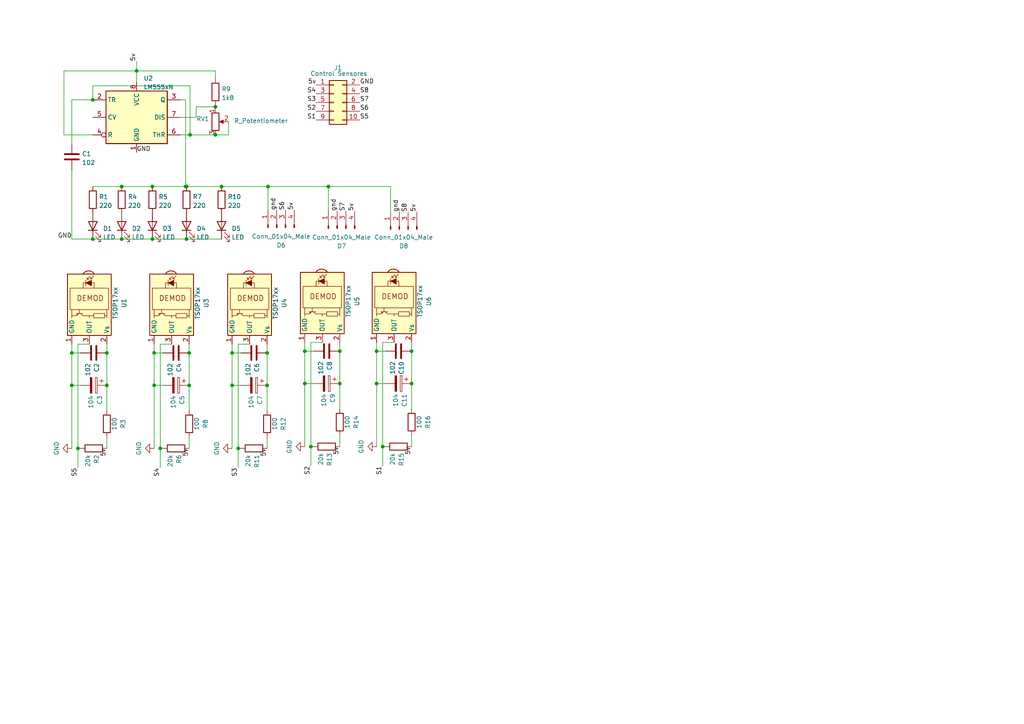
<source format=kicad_sch>
(kicad_sch (version 20211123) (generator eeschema)
  (paper "A4")
  (lib_symbols
    (symbol "Connector:Conn_01x04_Male" (pin_names (offset 1.016) hide)
      (property "Reference" "J" (at 0 5.08 0))
      (property "Value" "Conn_01x04_Male" (at 0 -7.62 0))
      (symbol "Conn_01x04_Male_1_1"
        (polyline (pts (xy 1.27 -5.08) (xy 0.8636 -5.08)) (stroke (width 0.1524)))
        (polyline (pts (xy 1.27 -2.54) (xy 0.8636 -2.54)) (stroke (width 0.1524)))
        (polyline (pts (xy 1.27 0) (xy 0.8636 0)) (stroke (width 0.1524)))
        (polyline (pts (xy 1.27 2.54) (xy 0.8636 2.54)) (stroke (width 0.1524)))
        (rectangle (start 0.8636 -4.953) (end 0 -5.207) (stroke (width 0.1524)) (fill (type outline)))
        (rectangle (start 0.8636 -2.413) (end 0 -2.667) (stroke (width 0.1524)) (fill (type outline)))
        (rectangle (start 0.8636 0.127) (end 0 -0.127) (stroke (width 0.1524)) (fill (type outline)))
        (rectangle (start 0.8636 2.667) (end 0 2.413) (stroke (width 0.1524)) (fill (type outline)))
        (pin passive line (at 5.08 2.54 180) (length 3.81) (name "Pin_1") (number "1"))
        (pin passive line (at 5.08 0 180) (length 3.81) (name "Pin_2") (number "2"))
        (pin passive line (at 5.08 -2.54 180) (length 3.81) (name "Pin_3") (number "3"))
        (pin passive line (at 5.08 -5.08 180) (length 3.81) (name "Pin_4") (number "4"))
      )
    )
    (symbol "Connector_Generic:Conn_02x05_Odd_Even" (pin_names (offset 1.016) hide)
      (property "Reference" "J" (at 1.27 7.62 0))
      (property "Value" "Conn_02x05_Odd_Even" (at 1.27 -7.62 0))
      (symbol "Conn_02x05_Odd_Even_1_1"
        (rectangle (start -1.27 -4.953) (end 0 -5.207) (stroke (width 0.1524)))
        (rectangle (start -1.27 -2.413) (end 0 -2.667) (stroke (width 0.1524)))
        (rectangle (start -1.27 0.127) (end 0 -0.127) (stroke (width 0.1524)))
        (rectangle (start -1.27 2.667) (end 0 2.413) (stroke (width 0.1524)))
        (rectangle (start -1.27 5.207) (end 0 4.953) (stroke (width 0.1524)))
        (rectangle (start -1.27 6.35) (end 3.81 -6.35) (stroke (width 0.254)) (fill (type background)))
        (rectangle (start 3.81 -4.953) (end 2.54 -5.207) (stroke (width 0.1524)))
        (rectangle (start 3.81 -2.413) (end 2.54 -2.667) (stroke (width 0.1524)))
        (rectangle (start 3.81 0.127) (end 2.54 -0.127) (stroke (width 0.1524)))
        (rectangle (start 3.81 2.667) (end 2.54 2.413) (stroke (width 0.1524)))
        (rectangle (start 3.81 5.207) (end 2.54 4.953) (stroke (width 0.1524)))
        (pin passive line (at -5.08 5.08 0) (length 3.81) (name "Pin_1") (number "1"))
        (pin passive line (at 7.62 -5.08 180) (length 3.81) (name "Pin_10") (number "10"))
        (pin passive line (at 7.62 5.08 180) (length 3.81) (name "Pin_2") (number "2"))
        (pin passive line (at -5.08 2.54 0) (length 3.81) (name "Pin_3") (number "3"))
        (pin passive line (at 7.62 2.54 180) (length 3.81) (name "Pin_4") (number "4"))
        (pin passive line (at -5.08 0 0) (length 3.81) (name "Pin_5") (number "5"))
        (pin passive line (at 7.62 0 180) (length 3.81) (name "Pin_6") (number "6"))
        (pin passive line (at -5.08 -2.54 0) (length 3.81) (name "Pin_7") (number "7"))
        (pin passive line (at 7.62 -2.54 180) (length 3.81) (name "Pin_8") (number "8"))
        (pin passive line (at -5.08 -5.08 0) (length 3.81) (name "Pin_9") (number "9"))
      )
    )
    (symbol "Device:C" (pin_numbers hide) (pin_names (offset 0.254))
      (property "Reference" "C" (at 0.635 2.54 0))
      (property "Value" "C" (at 0.635 -2.54 0))
      (symbol "C_0_1"
        (polyline (pts (xy -2.032 -0.762) (xy 2.032 -0.762)) (stroke (width 0.508)))
        (polyline (pts (xy -2.032 0.762) (xy 2.032 0.762)) (stroke (width 0.508)))
      )
      (symbol "C_1_1"
        (pin passive line (at 0 3.81 270) (length 2.794) (name "~") (number "1"))
        (pin passive line (at 0 -3.81 90) (length 2.794) (name "~") (number "2"))
      )
    )
    (symbol "Device:C_Polarized" (pin_numbers hide) (pin_names (offset 0.254))
      (property "Reference" "C" (at 0.635 2.54 0))
      (property "Value" "C_Polarized" (at 0.635 -2.54 0))
      (symbol "C_Polarized_0_1"
        (rectangle (start -2.286 0.508) (end 2.286 1.016))
        (polyline (pts (xy -1.778 2.286) (xy -0.762 2.286)))
        (polyline (pts (xy -1.27 2.794) (xy -1.27 1.778)))
        (rectangle (start 2.286 -0.508) (end -2.286 -1.016) (fill (type outline)))
      )
      (symbol "C_Polarized_1_1"
        (pin passive line (at 0 3.81 270) (length 2.794) (name "~") (number "1"))
        (pin passive line (at 0 -3.81 90) (length 2.794) (name "~") (number "2"))
      )
    )
    (symbol "Device:LED" (pin_numbers hide) (pin_names (offset 1.016) hide)
      (property "Reference" "D" (at 0 2.54 0))
      (property "Value" "LED" (at 0 -2.54 0))
      (symbol "LED_0_1"
        (polyline (pts (xy -1.27 -1.27) (xy -1.27 1.27)) (stroke (width 0.254)))
        (polyline (pts (xy -1.27 0) (xy 1.27 0)))
        (polyline (pts (xy 1.27 -1.27) (xy 1.27 1.27) (xy -1.27 0) (xy 1.27 -1.27)) (stroke (width 0.254)))
        (polyline (pts (xy -3.048 -0.762) (xy -4.572 -2.286) (xy -3.81 -2.286) (xy -4.572 -2.286) (xy -4.572 -1.524)))
        (polyline (pts (xy -1.778 -0.762) (xy -3.302 -2.286) (xy -2.54 -2.286) (xy -3.302 -2.286) (xy -3.302 -1.524)))
      )
      (symbol "LED_1_1"
        (pin passive line (at -3.81 0 0) (length 2.54) (name "K") (number "1"))
        (pin passive line (at 3.81 0 180) (length 2.54) (name "A") (number "2"))
      )
    )
    (symbol "Device:R" (pin_numbers hide) (pin_names (offset 0))
      (property "Reference" "R" (at 2.032 0 90))
      (property "Value" "R" (at 0 0 90))
      (symbol "R_0_1"
        (rectangle (start -1.016 -2.54) (end 1.016 2.54) (stroke (width 0.254)))
      )
      (symbol "R_1_1"
        (pin passive line (at 0 3.81 270) (length 1.27) (name "~") (number "1"))
        (pin passive line (at 0 -3.81 90) (length 1.27) (name "~") (number "2"))
      )
    )
    (symbol "Device:R_Potentiometer" (pin_names (offset 1.016) hide)
      (property "Reference" "RV" (at -4.445 0 90))
      (property "Value" "R_Potentiometer" (at -2.54 0 90))
      (symbol "R_Potentiometer_0_1"
        (polyline (pts (xy 2.54 0) (xy 1.524 0)))
        (polyline (pts (xy 1.143 0) (xy 2.286 0.508) (xy 2.286 -0.508) (xy 1.143 0)) (fill (type outline)))
        (rectangle (start 1.016 2.54) (end -1.016 -2.54) (stroke (width 0.254)))
      )
      (symbol "R_Potentiometer_1_1"
        (pin passive line (at 0 3.81 270) (length 1.27) (name "1") (number "1"))
        (pin passive line (at 3.81 0 180) (length 1.27) (name "2") (number "2"))
        (pin passive line (at 0 -3.81 90) (length 1.27) (name "3") (number "3"))
      )
    )
    (symbol "Interface_Optical:TSOP17xx"
      (property "Reference" "U" (at -10.16 7.62 0))
      (property "Value" "TSOP17xx" (at -10.16 -7.62 0))
      (symbol "TSOP17xx_0_0"
        (arc (start -10.287 1.397) (mid -11.0899 -0.1852) (end -10.287 -1.778) (stroke (width 0.254)) (fill (type background)))
        (polyline (pts (xy 1.905 -5.08) (xy 0.127 -5.08)))
        (polyline (pts (xy 1.905 5.08) (xy 0.127 5.08)))
        (text "DEMOD" (at -3.175 0.254 900) (effects (font (size 1.524 1.524))))
      )
      (symbol "TSOP17xx_0_1"
        (rectangle (start -6.096 5.588) (end 0.127 -5.588))
        (polyline (pts (xy -8.763 0.381) (xy -9.652 1.27)))
        (polyline (pts (xy -8.763 0.381) (xy -9.271 0.381)))
        (polyline (pts (xy -8.763 0.381) (xy -8.763 0.889)))
        (polyline (pts (xy -8.636 -0.635) (xy -9.525 0.254)))
        (polyline (pts (xy -8.636 -0.635) (xy -9.144 -0.635)))
        (polyline (pts (xy -8.636 -0.635) (xy -8.636 -0.127)))
        (polyline (pts (xy -8.382 -1.016) (xy -6.731 -1.016)))
        (polyline (pts (xy 1.27 -2.921) (xy 0.127 -2.921)))
        (polyline (pts (xy 1.27 -1.905) (xy 1.27 -3.81)))
        (polyline (pts (xy 1.397 -3.556) (xy 1.524 -3.556)))
        (polyline (pts (xy 1.651 -3.556) (xy 1.524 -3.556)))
        (polyline (pts (xy 1.651 -3.556) (xy 1.651 -3.302)))
        (polyline (pts (xy 1.905 0) (xy 1.905 1.27)))
        (polyline (pts (xy 1.905 4.445) (xy 1.905 5.08) (xy 2.54 5.08)))
        (polyline (pts (xy -8.382 0.635) (xy -6.731 0.635) (xy -7.62 -1.016) (xy -8.382 0.635)) (fill (type outline)))
        (polyline (pts (xy -6.096 1.397) (xy -7.62 1.397) (xy -7.62 -1.778) (xy -6.096 -1.778)))
        (polyline (pts (xy 1.27 -3.175) (xy 1.905 -3.81) (xy 1.905 -5.08) (xy 2.54 -5.08)))
        (polyline (pts (xy 1.27 -2.54) (xy 1.905 -1.905) (xy 1.905 0) (xy 2.54 0)))
        (rectangle (start 2.54 1.27) (end 1.27 4.445))
        (rectangle (start 7.62 6.35) (end -10.16 -6.35) (stroke (width 0.254)) (fill (type background)))
      )
      (symbol "TSOP17xx_1_1"
        (pin power_in line (at 10.16 -5.08 180) (length 2.54) (name "GND") (number "1"))
        (pin power_in line (at 10.16 5.08 180) (length 2.54) (name "Vs") (number "2"))
        (pin output line (at 10.16 0 180) (length 2.54) (name "OUT") (number "3"))
      )
    )
    (symbol "Timer:LM555xN"
      (property "Reference" "U" (at -10.16 8.89 0))
      (property "Value" "LM555xN" (at 2.54 8.89 0))
      (symbol "LM555xN_0_0"
        (pin power_in line (at 0 -10.16 90) (length 2.54) (name "GND") (number "1"))
        (pin power_in line (at 0 10.16 270) (length 2.54) (name "VCC") (number "8"))
      )
      (symbol "LM555xN_0_1"
        (rectangle (start -8.89 -7.62) (end 8.89 7.62) (stroke (width 0.254)) (fill (type background)))
        (rectangle (start -8.89 -7.62) (end 8.89 7.62) (stroke (width 0.254)) (fill (type background)))
      )
      (symbol "LM555xN_1_1"
        (pin input line (at -12.7 5.08 0) (length 3.81) (name "TR") (number "2"))
        (pin output line (at 12.7 5.08 180) (length 3.81) (name "Q") (number "3"))
        (pin input inverted (at -12.7 -5.08 0) (length 3.81) (name "R") (number "4"))
        (pin input line (at -12.7 0 0) (length 3.81) (name "CV") (number "5"))
        (pin input line (at 12.7 -5.08 180) (length 3.81) (name "THR") (number "6"))
        (pin input line (at 12.7 0 180) (length 3.81) (name "DIS") (number "7"))
      )
    )
    (symbol "power:GND" (power) (pin_names (offset 0))
      (property "Value" "GND" (at 0 -3.81 0))
      (symbol "GND_0_1"
        (polyline (pts (xy 0 0) (xy 0 -1.27) (xy 1.27 -1.27) (xy 0 -2.54) (xy -1.27 -1.27) (xy 0 -1.27)))
      )
      (symbol "GND_1_1"
        (pin power_in line (at 0 0 270) (length 0) hide (name "GND") (number "1"))
      )
    )
  )
  (junction (at 88.392 101.854))
  (junction (at 110.998 129.54))
  (junction (at 54.864 111.76))
  (junction (at 90.17 129.54))
  (junction (at 55.118 39.116))
  (junction (at 54.102 69.342))
  (junction (at 30.988 102.362))
  (junction (at 95.25 54.102))
  (junction (at 54.864 102.362))
  (junction (at 67.31 102.362))
  (junction (at 119.38 101.854))
  (junction (at 22.606 130.048))
  (junction (at 77.47 102.362))
  (junction (at 44.196 54.102))
  (junction (at 35.306 54.102))
  (junction (at 119.38 111.252))
  (junction (at 77.47 111.76))
  (junction (at 26.924 69.342))
  (junction (at 53.848 54.102))
  (junction (at 109.22 101.854))
  (junction (at 88.392 111.252))
  (junction (at 44.704 102.362))
  (junction (at 62.484 39.116))
  (junction (at 98.552 111.252))
  (junction (at 67.31 111.76))
  (junction (at 26.924 28.956))
  (junction (at 77.724 54.102))
  (junction (at 54.102 54.102))
  (junction (at 109.22 111.252))
  (junction (at 64.262 54.102))
  (junction (at 46.482 130.048))
  (junction (at 69.088 130.048))
  (junction (at 44.196 69.342))
  (junction (at 20.828 111.76))
  (junction (at 30.988 111.76))
  (junction (at 20.828 102.362))
  (junction (at 39.624 20.574))
  (junction (at 44.704 111.76))
  (junction (at 98.552 101.854))
  (junction (at 62.484 30.988))
  (junction (at 35.306 69.342))
  (wire (pts (xy 55.118 39.116) (xy 62.484 39.116)))
  (wire (pts (xy 98.552 111.252) (xy 98.552 118.618)))
  (wire (pts (xy 52.324 34.036) (xy 56.896 34.036)))
  (wire (pts (xy 26.924 54.102) (xy 35.306 54.102)))
  (wire (pts (xy 46.482 99.822) (xy 49.784 99.822)))
  (wire (pts (xy 77.724 54.102) (xy 64.262 54.102)))
  (wire (pts (xy 23.368 111.76) (xy 20.828 111.76)))
  (wire (pts (xy 20.828 28.956) (xy 20.828 41.656)))
  (wire (pts (xy 62.484 30.48) (xy 62.484 30.988)))
  (wire (pts (xy 47.244 111.76) (xy 44.704 111.76)))
  (wire (pts (xy 55.118 24.892) (xy 26.924 24.892)))
  (wire (pts (xy 39.624 20.574) (xy 62.484 20.574)))
  (wire (pts (xy 20.828 99.822) (xy 20.828 102.362)))
  (wire (pts (xy 95.25 54.102) (xy 95.25 61.214)))
  (wire (pts (xy 113.284 54.102) (xy 95.25 54.102)))
  (wire (pts (xy 46.482 130.048) (xy 46.482 135.636)))
  (wire (pts (xy 22.606 99.822) (xy 25.908 99.822)))
  (wire (pts (xy 90.17 129.54) (xy 90.17 135.128)))
  (wire (pts (xy 88.392 101.854) (xy 90.932 101.854)))
  (wire (pts (xy 46.482 99.822) (xy 46.482 130.048)))
  (wire (pts (xy 22.606 130.048) (xy 22.606 135.636)))
  (wire (pts (xy 69.85 111.76) (xy 67.31 111.76)))
  (wire (pts (xy 62.484 30.988) (xy 62.484 31.496)))
  (wire (pts (xy 113.284 61.468) (xy 113.284 54.102)))
  (wire (pts (xy 109.22 101.854) (xy 111.76 101.854)))
  (wire (pts (xy 95.25 54.102) (xy 77.724 54.102)))
  (wire (pts (xy 44.704 102.362) (xy 47.244 102.362)))
  (wire (pts (xy 69.088 99.822) (xy 69.088 130.048)))
  (wire (pts (xy 77.47 126.746) (xy 77.47 130.048)))
  (wire (pts (xy 66.294 35.306) (xy 66.294 39.116)))
  (wire (pts (xy 67.31 111.76) (xy 67.31 130.048)))
  (wire (pts (xy 110.998 99.314) (xy 110.998 129.54)))
  (wire (pts (xy 69.088 99.822) (xy 72.39 99.822)))
  (wire (pts (xy 53.848 28.956) (xy 53.848 54.102)))
  (wire (pts (xy 67.31 99.822) (xy 67.31 102.362)))
  (wire (pts (xy 18.542 20.574) (xy 39.624 20.574)))
  (wire (pts (xy 30.988 102.362) (xy 30.988 99.822)))
  (wire (pts (xy 54.864 111.76) (xy 54.864 119.126)))
  (wire (pts (xy 52.324 39.116) (xy 55.118 39.116)))
  (wire (pts (xy 77.724 60.96) (xy 77.724 54.102)))
  (wire (pts (xy 109.22 99.314) (xy 109.22 101.854)))
  (wire (pts (xy 54.102 54.102) (xy 64.262 54.102)))
  (wire (pts (xy 54.864 102.362) (xy 54.864 111.76)))
  (wire (pts (xy 69.088 130.048) (xy 69.088 135.636)))
  (wire (pts (xy 88.392 99.314) (xy 88.392 101.854)))
  (wire (pts (xy 20.828 111.76) (xy 20.828 130.048)))
  (wire (pts (xy 90.17 129.54) (xy 90.932 129.54)))
  (wire (pts (xy 109.22 111.252) (xy 109.22 101.854)))
  (wire (pts (xy 119.38 126.238) (xy 119.38 129.54)))
  (wire (pts (xy 39.624 20.574) (xy 39.624 23.876)))
  (wire (pts (xy 54.864 102.362) (xy 54.864 99.822)))
  (wire (pts (xy 55.118 39.116) (xy 55.118 24.892)))
  (wire (pts (xy 56.896 30.988) (xy 62.484 30.988)))
  (wire (pts (xy 22.606 99.822) (xy 22.606 130.048)))
  (wire (pts (xy 20.828 49.276) (xy 20.828 69.342)))
  (wire (pts (xy 110.998 99.314) (xy 114.3 99.314)))
  (wire (pts (xy 54.864 126.746) (xy 54.864 130.048)))
  (wire (pts (xy 110.998 129.54) (xy 111.76 129.54)))
  (wire (pts (xy 44.704 111.76) (xy 44.704 102.362)))
  (wire (pts (xy 62.484 22.86) (xy 62.484 20.574)))
  (wire (pts (xy 56.896 34.036) (xy 56.896 30.988)))
  (wire (pts (xy 30.988 111.76) (xy 30.988 119.126)))
  (wire (pts (xy 44.704 111.76) (xy 44.704 130.048)))
  (wire (pts (xy 119.38 101.854) (xy 119.38 111.252)))
  (wire (pts (xy 20.828 102.362) (xy 23.368 102.362)))
  (wire (pts (xy 20.828 69.342) (xy 26.924 69.342)))
  (wire (pts (xy 110.998 129.54) (xy 110.998 135.128)))
  (wire (pts (xy 30.988 102.362) (xy 30.988 111.76)))
  (wire (pts (xy 18.542 39.116) (xy 18.542 20.574)))
  (wire (pts (xy 54.102 69.342) (xy 64.262 69.342)))
  (wire (pts (xy 67.31 102.362) (xy 69.85 102.362)))
  (wire (pts (xy 35.306 54.102) (xy 44.196 54.102)))
  (wire (pts (xy 66.294 39.116) (xy 62.484 39.116)))
  (wire (pts (xy 44.196 54.102) (xy 53.848 54.102)))
  (wire (pts (xy 20.828 28.956) (xy 26.924 28.956)))
  (wire (pts (xy 77.47 111.76) (xy 77.47 119.126)))
  (wire (pts (xy 109.22 111.252) (xy 109.22 129.54)))
  (wire (pts (xy 39.624 17.78) (xy 39.624 20.574)))
  (wire (pts (xy 98.552 126.238) (xy 98.552 129.54)))
  (wire (pts (xy 111.76 111.252) (xy 109.22 111.252)))
  (wire (pts (xy 67.31 111.76) (xy 67.31 102.362)))
  (wire (pts (xy 90.17 99.314) (xy 90.17 129.54)))
  (wire (pts (xy 98.552 101.854) (xy 98.552 111.252)))
  (wire (pts (xy 77.47 102.362) (xy 77.47 99.822)))
  (wire (pts (xy 35.306 69.342) (xy 44.196 69.342)))
  (wire (pts (xy 26.924 69.342) (xy 35.306 69.342)))
  (wire (pts (xy 52.324 28.956) (xy 53.848 28.956)))
  (wire (pts (xy 90.932 111.252) (xy 88.392 111.252)))
  (wire (pts (xy 90.17 99.314) (xy 93.472 99.314)))
  (wire (pts (xy 53.848 54.102) (xy 54.102 54.102)))
  (wire (pts (xy 46.482 130.048) (xy 47.244 130.048)))
  (wire (pts (xy 119.38 101.854) (xy 119.38 99.314)))
  (wire (pts (xy 30.988 126.746) (xy 30.988 130.048)))
  (wire (pts (xy 44.704 99.822) (xy 44.704 102.362)))
  (wire (pts (xy 119.38 111.252) (xy 119.38 118.618)))
  (wire (pts (xy 69.088 130.048) (xy 69.85 130.048)))
  (wire (pts (xy 88.392 111.252) (xy 88.392 101.854)))
  (wire (pts (xy 88.392 111.252) (xy 88.392 129.54)))
  (wire (pts (xy 26.924 39.116) (xy 18.542 39.116)))
  (wire (pts (xy 26.924 24.892) (xy 26.924 28.956)))
  (wire (pts (xy 77.47 102.362) (xy 77.47 111.76)))
  (wire (pts (xy 44.196 69.342) (xy 54.102 69.342)))
  (wire (pts (xy 22.606 130.048) (xy 23.368 130.048)))
  (wire (pts (xy 98.552 101.854) (xy 98.552 99.314)))
  (wire (pts (xy 20.828 111.76) (xy 20.828 102.362)))
  (label "5v" (at 30.988 130.048 270))
  (label "S5" (at 104.394 34.798 0))
  (label "gnd" (at 80.264 60.96 90))
  (label "5v" (at 102.87 61.214 90))
  (label "S6" (at 82.804 60.96 90))
  (label "gnd" (at 115.824 61.468 90))
  (label "GND" (at 20.828 69.342 180))
  (label "5v" (at 120.904 61.468 90))
  (label "5v" (at 91.694 24.638 180))
  (label "S2" (at 91.694 32.258 180))
  (label "5v" (at 77.47 130.048 270))
  (label "GND" (at 104.394 24.638 0))
  (label "S4" (at 91.694 27.178 180))
  (label "5v" (at 119.38 129.54 270))
  (label "5v" (at 54.864 130.048 270))
  (label "S3" (at 91.694 29.718 180))
  (label "GND" (at 39.624 44.196 0))
  (label "S8" (at 118.364 61.468 90))
  (label "S1" (at 110.998 135.128 270))
  (label "S4" (at 46.482 135.636 270))
  (label "S7" (at 100.33 61.214 90))
  (label "5v" (at 85.344 60.96 90))
  (label "S5" (at 22.606 135.636 270))
  (label "S1" (at 91.694 34.798 180))
  (label "S8" (at 104.394 27.178 0))
  (label "gnd" (at 97.79 61.214 90))
  (label "S2" (at 90.17 135.128 270))
  (label "5v" (at 39.624 17.78 90))
  (label "5v" (at 98.552 129.54 270))
  (label "S6" (at 104.394 32.258 0))
  (label "S7" (at 104.394 29.718 0))
  (label "S3" (at 69.088 135.636 270))
  (symbol (lib_id "Device:LED") (at 64.262 65.532 90) (unit 1)
    (property "Reference" "D5" (at 67.183 66.2848 90) (effects (justify right)))
    (property "Value" "LED" (at 67.183 68.8217 90) (effects (justify right)))
    (property "Footprint" "LED_THT:LED_D5.0mm_Horizontal_O6.35mm_Z3.0mm" (effects hide))
  )
  (symbol (lib_id "Interface_Optical:TSOP17xx") (at 72.39 89.662 270) (unit 1)
    (property "Reference" "U4" (at 82.4398 87.927 0))
    (property "Value" "TSOP17xx" (at 79.9029 87.927 0))
    (property "Footprint" "OptoDevice:Vishay_MOLD-3Pin" (effects hide))
    (property "Datasheet" "http://www.micropik.com/PDF/tsop17xx.pdf" (effects hide))
  )
  (symbol (lib_id "Device:C_Polarized") (at 94.742 111.252 270) (unit 1)
    (property "Reference" "C9" (at 96.4657 114.173 0) (effects (justify left)))
    (property "Value" "104" (at 93.9288 114.173 0) (effects (justify left)))
    (property "Footprint" "Capacitor_THT:CP_Radial_D7.5mm_P2.50mm" (effects hide))
  )
  (symbol (lib_id "Device:R") (at 26.924 57.912 0) (unit 1)
    (property "Reference" "R1" (at 28.702 57.0773 0) (effects (justify left)))
    (property "Value" "220" (at 28.702 59.6142 0) (effects (justify left)))
    (property "Footprint" "Resistor_THT:R_Axial_DIN0207_L6.3mm_D2.5mm_P5.08mm_Vertical" (effects hide))
  )
  (symbol (lib_id "Device:C") (at 27.178 102.362 270) (unit 1)
    (property "Reference" "C2" (at 28.0127 105.283 0) (effects (justify left)))
    (property "Value" "102" (at 25.4758 105.283 0) (effects (justify left)))
    (property "Footprint" "Capacitor_THT:C_Axial_L5.1mm_D3.1mm_P10.00mm_Horizontal" (effects hide))
  )
  (symbol (lib_id "Interface_Optical:TSOP17xx") (at 49.784 89.662 270) (unit 1)
    (property "Reference" "U3" (at 59.8338 87.927 0))
    (property "Value" "TSOP17xx" (at 57.2969 87.927 0))
    (property "Footprint" "OptoDevice:Vishay_MOLD-3Pin" (effects hide))
    (property "Datasheet" "http://www.micropik.com/PDF/tsop17xx.pdf" (effects hide))
  )
  (symbol (lib_id "Device:C_Polarized") (at 27.178 111.76 270) (unit 1)
    (property "Reference" "C3" (at 28.9017 114.681 0) (effects (justify left)))
    (property "Value" "104" (at 26.3648 114.681 0) (effects (justify left)))
    (property "Footprint" "Capacitor_THT:CP_Radial_D7.5mm_P2.50mm" (effects hide))
  )
  (symbol (lib_id "Connector:Conn_01x04_Male") (at 80.264 66.04 90) (unit 1)
    (property "Reference" "D6" (at 81.534 71.12 90))
    (property "Value" "Conn_01x04_Male" (at 81.534 68.58 90))
    (property "Footprint" "Connector_JST:JST_XH_B4B-XH-A_1x04_P2.50mm_Vertical" (effects hide))
  )
  (symbol (lib_id "Device:R") (at 27.178 130.048 90) (unit 1)
    (property "Reference" "R2" (at 28.0127 131.826 0) (effects (justify right)))
    (property "Value" "20k" (at 25.4758 131.826 0) (effects (justify right)))
    (property "Footprint" "Resistor_THT:R_Axial_DIN0207_L6.3mm_D2.5mm_P5.08mm_Vertical" (effects hide))
  )
  (symbol (lib_id "Device:R") (at 77.47 122.936 0) (unit 1)
    (property "Reference" "R12" (at 82.1858 122.936 90))
    (property "Value" "100" (at 79.6489 122.936 90))
    (property "Footprint" "Resistor_THT:R_Axial_DIN0207_L6.3mm_D2.5mm_P5.08mm_Vertical" (effects hide))
  )
  (symbol (lib_id "Device:R") (at 54.102 57.912 0) (unit 1)
    (property "Reference" "R7" (at 55.88 57.0773 0) (effects (justify left)))
    (property "Value" "220" (at 55.88 59.6142 0) (effects (justify left)))
    (property "Footprint" "Resistor_THT:R_Axial_DIN0207_L6.3mm_D2.5mm_P5.08mm_Vertical" (effects hide))
  )
  (symbol (lib_id "Device:R") (at 62.484 26.67 0) (unit 1)
    (property "Reference" "R9" (at 64.262 25.8353 0) (effects (justify left)))
    (property "Value" "1k8" (at 64.262 28.3722 0) (effects (justify left)))
    (property "Footprint" "Resistor_THT:R_Axial_DIN0207_L6.3mm_D2.5mm_P5.08mm_Vertical" (effects hide))
  )
  (symbol (lib_id "Device:R") (at 54.864 122.936 0) (unit 1)
    (property "Reference" "R8" (at 59.5798 122.936 90))
    (property "Value" "100" (at 57.0429 122.936 90))
    (property "Footprint" "Resistor_THT:R_Axial_DIN0207_L6.3mm_D2.5mm_P5.08mm_Vertical" (effects hide))
  )
  (symbol (lib_id "Device:R") (at 115.57 129.54 90) (unit 1)
    (property "Reference" "R15" (at 116.4047 131.318 0) (effects (justify right)))
    (property "Value" "20k" (at 113.8678 131.318 0) (effects (justify right)))
    (property "Footprint" "Resistor_THT:R_Axial_DIN0207_L6.3mm_D2.5mm_P5.08mm_Vertical" (effects hide))
  )
  (symbol (lib_id "Device:R_Potentiometer") (at 62.484 35.306 0) (unit 1)
    (property "Reference" "RV1" (at 60.7061 34.4713 0) (effects (justify right)))
    (property "Value" "R_Potentiometer" (at 83.566 35.052 0) (effects (justify right)))
    (property "Footprint" "Potentiometer_THT:Potentiometer_Bourns_3296X_Horizontal" (effects hide))
  )
  (symbol (lib_id "Interface_Optical:TSOP17xx") (at 93.472 89.154 270) (unit 1)
    (property "Reference" "U5" (at 103.5218 87.419 0))
    (property "Value" "TSOP17xx" (at 100.9849 87.419 0))
    (property "Footprint" "OptoDevice:Vishay_MOLD-3Pin" (effects hide))
    (property "Datasheet" "http://www.micropik.com/PDF/tsop17xx.pdf" (effects hide))
  )
  (symbol (lib_id "Device:C") (at 20.828 45.466 0) (unit 1)
    (property "Reference" "C1" (at 23.749 44.6313 0) (effects (justify left)))
    (property "Value" "102" (at 23.749 47.1682 0) (effects (justify left)))
    (property "Footprint" "Capacitor_THT:C_Axial_L5.1mm_D3.1mm_P10.00mm_Horizontal" (effects hide))
  )
  (symbol (lib_id "Device:R") (at 64.262 57.912 0) (unit 1)
    (property "Reference" "R10" (at 66.04 57.0773 0) (effects (justify left)))
    (property "Value" "220" (at 66.04 59.6142 0) (effects (justify left)))
    (property "Footprint" "Resistor_THT:R_Axial_DIN0207_L6.3mm_D2.5mm_P5.08mm_Vertical" (effects hide))
  )
  (symbol (lib_id "Device:R") (at 44.196 57.912 0) (unit 1)
    (property "Reference" "R5" (at 45.974 57.0773 0) (effects (justify left)))
    (property "Value" "220" (at 45.974 59.6142 0) (effects (justify left)))
    (property "Footprint" "Resistor_THT:R_Axial_DIN0207_L6.3mm_D2.5mm_P5.08mm_Vertical" (effects hide))
  )
  (symbol (lib_id "Device:R") (at 94.742 129.54 90) (unit 1)
    (property "Reference" "R13" (at 95.5767 131.318 0) (effects (justify right)))
    (property "Value" "20k" (at 93.0398 131.318 0) (effects (justify right)))
    (property "Footprint" "Resistor_THT:R_Axial_DIN0207_L6.3mm_D2.5mm_P5.08mm_Vertical" (effects hide))
  )
  (symbol (lib_id "Device:C_Polarized") (at 51.054 111.76 270) (unit 1)
    (property "Reference" "C5" (at 52.7777 114.681 0) (effects (justify left)))
    (property "Value" "104" (at 50.2408 114.681 0) (effects (justify left)))
    (property "Footprint" "Capacitor_THT:CP_Radial_D7.5mm_P2.50mm" (effects hide))
  )
  (symbol (lib_id "Interface_Optical:TSOP17xx") (at 25.908 89.662 270) (unit 1)
    (property "Reference" "U1" (at 35.9578 87.927 0))
    (property "Value" "TSOP17xx" (at 33.4209 87.927 0))
    (property "Footprint" "OptoDevice:Vishay_MOLD-3Pin" (effects hide))
    (property "Datasheet" "http://www.micropik.com/PDF/tsop17xx.pdf" (effects hide))
  )
  (symbol (lib_id "Device:R") (at 30.988 122.936 0) (unit 1)
    (property "Reference" "R3" (at 35.7038 122.936 90))
    (property "Value" "100" (at 33.1669 122.936 90))
    (property "Footprint" "Resistor_THT:R_Axial_DIN0207_L6.3mm_D2.5mm_P5.08mm_Vertical" (effects hide))
  )
  (symbol (lib_id "power:GND") (at 20.828 130.048 270) (unit 1)
    (property "Reference" "#PWR01" (effects hide))
    (property "Value" "GND" (at 16.3846 130.048 0))
  )
  (symbol (lib_id "Device:C") (at 73.66 102.362 270) (unit 1)
    (property "Reference" "C6" (at 74.4947 105.283 0) (effects (justify left)))
    (property "Value" "102" (at 71.9578 105.283 0) (effects (justify left)))
    (property "Footprint" "Capacitor_THT:C_Axial_L5.1mm_D3.1mm_P10.00mm_Horizontal" (effects hide))
  )
  (symbol (lib_id "power:GND") (at 109.22 129.54 270) (unit 1)
    (property "Reference" "#PWR05" (effects hide))
    (property "Value" "GND" (at 104.7766 129.54 0))
  )
  (symbol (lib_id "Connector_Generic:Conn_02x05_Odd_Even") (at 96.774 29.718 0) (unit 1)
    (property "Reference" "J1" (at 98.044 19.6682 0))
    (property "Value" "Control Sensores" (at 98.298 21.336 0))
    (property "Footprint" "Connector_IDC:IDC-Header_2x05_P2.54mm_Horizontal" (effects hide))
  )
  (symbol (lib_id "Device:R") (at 35.306 57.912 0) (unit 1)
    (property "Reference" "R4" (at 37.084 57.0773 0) (effects (justify left)))
    (property "Value" "220" (at 37.084 59.6142 0) (effects (justify left)))
    (property "Footprint" "Resistor_THT:R_Axial_DIN0207_L6.3mm_D2.5mm_P5.08mm_Vertical" (effects hide))
  )
  (symbol (lib_id "Device:R") (at 51.054 130.048 90) (unit 1)
    (property "Reference" "R6" (at 51.8887 131.826 0) (effects (justify right)))
    (property "Value" "20k" (at 49.3518 131.826 0) (effects (justify right)))
    (property "Footprint" "Resistor_THT:R_Axial_DIN0207_L6.3mm_D2.5mm_P5.08mm_Vertical" (effects hide))
  )
  (symbol (lib_id "Timer:LM555xN") (at 39.624 34.036 0) (unit 1)
    (property "Reference" "U2" (at 41.6434 22.7162 0) (effects (justify left)))
    (property "Value" "LM555xN" (at 41.6434 25.2531 0) (effects (justify left)))
    (property "Footprint" "Package_DIP:DIP-8_W7.62mm" (effects hide))
    (property "Datasheet" "http://www.ti.com/lit/ds/symlink/lm555.pdf" (effects hide))
  )
  (symbol (lib_id "Device:C_Polarized") (at 73.66 111.76 270) (unit 1)
    (property "Reference" "C7" (at 75.3837 114.681 0) (effects (justify left)))
    (property "Value" "104" (at 72.8468 114.681 0) (effects (justify left)))
    (property "Footprint" "Capacitor_THT:CP_Radial_D7.5mm_P2.50mm" (effects hide))
  )
  (symbol (lib_id "Device:C_Polarized") (at 115.57 111.252 270) (unit 1)
    (property "Reference" "C11" (at 117.2937 114.173 0) (effects (justify left)))
    (property "Value" "104" (at 114.7568 114.173 0) (effects (justify left)))
    (property "Footprint" "Capacitor_THT:CP_Radial_D7.5mm_P2.50mm" (effects hide))
  )
  (symbol (lib_id "Device:R") (at 119.38 122.428 0) (unit 1)
    (property "Reference" "R16" (at 124.0958 122.428 90))
    (property "Value" "100" (at 121.5589 122.428 90))
    (property "Footprint" "Resistor_THT:R_Axial_DIN0207_L6.3mm_D2.5mm_P5.08mm_Vertical" (effects hide))
  )
  (symbol (lib_id "Device:R") (at 98.552 122.428 0) (unit 1)
    (property "Reference" "R14" (at 103.2678 122.428 90))
    (property "Value" "100" (at 100.7309 122.428 90))
    (property "Footprint" "Resistor_THT:R_Axial_DIN0207_L6.3mm_D2.5mm_P5.08mm_Vertical" (effects hide))
  )
  (symbol (lib_id "Device:C") (at 115.57 101.854 270) (unit 1)
    (property "Reference" "C10" (at 116.4047 104.775 0) (effects (justify left)))
    (property "Value" "102" (at 113.8678 104.775 0) (effects (justify left)))
    (property "Footprint" "Capacitor_THT:C_Axial_L5.1mm_D3.1mm_P10.00mm_Horizontal" (effects hide))
  )
  (symbol (lib_id "Device:LED") (at 44.196 65.532 90) (unit 1)
    (property "Reference" "D3" (at 47.117 66.2848 90) (effects (justify right)))
    (property "Value" "LED" (at 47.117 68.8217 90) (effects (justify right)))
    (property "Footprint" "LED_THT:LED_D5.0mm_Horizontal_O6.35mm_Z3.0mm" (effects hide))
  )
  (symbol (lib_id "power:GND") (at 67.31 130.048 270) (unit 1)
    (property "Reference" "#PWR03" (effects hide))
    (property "Value" "GND" (at 62.8666 130.048 0))
  )
  (symbol (lib_id "Connector:Conn_01x04_Male") (at 97.79 66.294 90) (unit 1)
    (property "Reference" "D7" (at 99.06 71.374 90))
    (property "Value" "Conn_01x04_Male" (at 99.06 68.834 90))
    (property "Footprint" "Connector_JST:JST_XH_B4B-XH-A_1x04_P2.50mm_Vertical" (effects hide))
  )
  (symbol (lib_id "Device:LED") (at 26.924 65.532 90) (unit 1)
    (property "Reference" "D1" (at 29.845 66.2848 90) (effects (justify right)))
    (property "Value" "LED" (at 29.845 68.8217 90) (effects (justify right)))
    (property "Footprint" "LED_THT:LED_D5.0mm_Horizontal_O6.35mm_Z3.0mm" (effects hide))
  )
  (symbol (lib_id "power:GND") (at 88.392 129.54 270) (unit 1)
    (property "Reference" "#PWR04" (effects hide))
    (property "Value" "GND" (at 83.9486 129.54 0))
  )
  (symbol (lib_id "Device:C") (at 94.742 101.854 270) (unit 1)
    (property "Reference" "C8" (at 95.5767 104.775 0) (effects (justify left)))
    (property "Value" "102" (at 93.0398 104.775 0) (effects (justify left)))
    (property "Footprint" "Capacitor_THT:C_Axial_L5.1mm_D3.1mm_P10.00mm_Horizontal" (effects hide))
  )
  (symbol (lib_id "power:GND") (at 44.704 130.048 270) (unit 1)
    (property "Reference" "#PWR02" (effects hide))
    (property "Value" "GND" (at 40.2606 130.048 0))
  )
  (symbol (lib_id "Device:C") (at 51.054 102.362 270) (unit 1)
    (property "Reference" "C4" (at 51.8887 105.283 0) (effects (justify left)))
    (property "Value" "102" (at 49.3518 105.283 0) (effects (justify left)))
    (property "Footprint" "Capacitor_THT:C_Axial_L5.1mm_D3.1mm_P10.00mm_Horizontal" (effects hide))
  )
  (symbol (lib_id "Device:R") (at 73.66 130.048 90) (unit 1)
    (property "Reference" "R11" (at 74.4947 131.826 0) (effects (justify right)))
    (property "Value" "20k" (at 71.9578 131.826 0) (effects (justify right)))
    (property "Footprint" "Resistor_THT:R_Axial_DIN0207_L6.3mm_D2.5mm_P5.08mm_Vertical" (effects hide))
  )
  (symbol (lib_id "Connector:Conn_01x04_Male") (at 115.824 66.548 90) (unit 1)
    (property "Reference" "D8" (at 117.094 71.374 90))
    (property "Value" "Conn_01x04_Male" (at 117.094 68.834 90))
    (property "Footprint" "Connector_JST:JST_XH_B4B-XH-A_1x04_P2.50mm_Vertical" (effects hide))
  )
  (symbol (lib_id "Device:LED") (at 35.306 65.532 90) (unit 1)
    (property "Reference" "D2" (at 38.227 66.2848 90) (effects (justify right)))
    (property "Value" "LED" (at 38.227 68.8217 90) (effects (justify right)))
    (property "Footprint" "LED_THT:LED_D5.0mm_Horizontal_O6.35mm_Z3.0mm" (effects hide))
  )
  (symbol (lib_id "Device:LED") (at 54.102 65.532 90) (unit 1)
    (property "Reference" "D4" (at 57.023 66.2848 90) (effects (justify right)))
    (property "Value" "LED" (at 57.023 68.8217 90) (effects (justify right)))
    (property "Footprint" "LED_THT:LED_D5.0mm_Horizontal_O6.35mm_Z3.0mm" (effects hide))
  )
  (symbol (lib_id "Interface_Optical:TSOP17xx") (at 114.3 89.154 270) (unit 1)
    (property "Reference" "U6" (at 124.3498 87.419 0))
    (property "Value" "TSOP17xx" (at 121.8129 87.419 0))
    (property "Footprint" "OptoDevice:Vishay_MOLD-3Pin" (effects hide))
    (property "Datasheet" "http://www.micropik.com/PDF/tsop17xx.pdf" (effects hide))
  )
)
</source>
